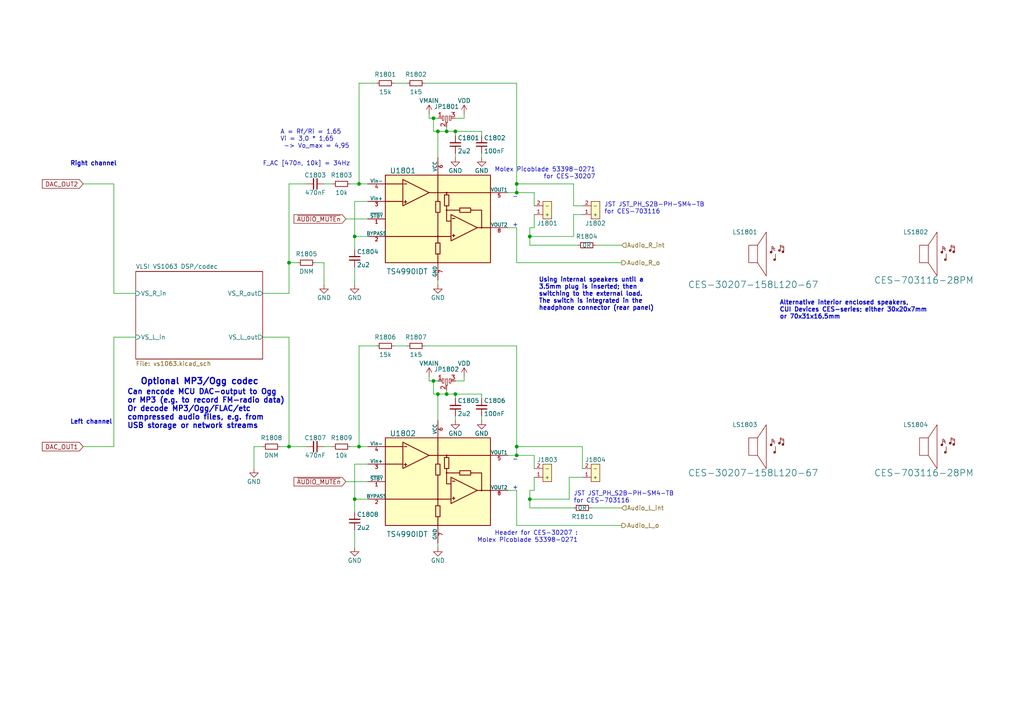
<source format=kicad_sch>
(kicad_sch (version 20231120) (generator "eeschema") (generator_version "8.0")
  (paper "A4")
  (title_block (title "Audio & MP3/OGG/FLAC :)") (date "2020-11-04") (rev "R0.1") (company "SolderingStationGroup : Jonny Svärd / Mathias Johansson / Magnus Thulesius"))
  (lib_symbols
    (symbol "Device:C_Small" (pin_numbers hide) (pin_names (offset 0.254) hide)
      (property "Reference" "C" (at 0.254 1.778 0))
      (property "Value" "C_Small" (at 0.254 -2.032 0))
      (symbol "C_Small_0_1"
        (polyline (pts (xy -1.524 -0.508) (xy 1.524 -0.508)) (stroke (width 0.3302)))
        (polyline (pts (xy -1.524 0.508) (xy 1.524 0.508)) (stroke (width 0.3048)))
      )
      (symbol "C_Small_1_1"
        (pin passive line (at 0 2.54 270) (length 2.032) (name "~") (number "1"))
        (pin passive line (at 0 -2.54 90) (length 2.032) (name "~") (number "2"))
      )
    )
    (symbol "Device:R_Small" (pin_numbers hide) (pin_names (offset 0.254) hide)
      (property "Reference" "R" (at 0.762 0.508 0))
      (property "Value" "R_Small" (at 0.762 -1.016 0))
      (symbol "R_Small_0_1"
        (rectangle (start -0.762 1.778) (end 0.762 -1.778) (stroke (width 0.2032)))
      )
      (symbol "R_Small_1_1"
        (pin passive line (at 0 2.54 270) (length 0.762) (name "~") (number "1"))
        (pin passive line (at 0 -2.54 90) (length 0.762) (name "~") (number "2"))
      )
    )
    (symbol "customlib_mj:CES-30207-158L120-67"
      (property "Reference" "LS" (at 0 5.08 0))
      (symbol "CES-30207-158L120-67_1_1"
        (rectangle (start -1.27 2.54) (end 1.27 -2.54))
        (polyline (pts (xy 5.461 0.635) (xy 5.461 2.159)))
        (polyline (pts (xy 6.477 -1.524) (xy 6.477 0)))
        (polyline (pts (xy 7.874 1.016) (xy 7.874 2.54)))
        (polyline (pts (xy 7.874 2.159) (xy 8.89 1.778)))
        (polyline (pts (xy 7.874 2.54) (xy 8.89 2.159)))
        (polyline (pts (xy 8.89 0.762) (xy 8.89 2.159)))
        (polyline (pts (xy 1.27 2.54) (xy 3.81 6.35) (xy 3.81 -6.35) (xy 1.27 -2.54)))
        (circle (center 5.207 0.508) (radius 0.2794) (fill (type outline)))
        (arc (start 5.969 1.27) (mid 5.7919 1.5631) (end 5.461 1.651))
        (arc (start 5.969 1.27) (mid 6.1054 1.0618) (end 6.35 1.016))
        (arc (start 5.969 1.778) (mid 5.7919 2.0711) (end 5.461 2.159))
        (arc (start 5.969 1.778) (mid 6.1054 1.5698) (end 6.35 1.524))
        (circle (center 6.223 -1.651) (radius 0.2794) (fill (type outline)))
        (circle (center 7.62 1.016) (radius 0.2794) (fill (type outline)))
        (circle (center 8.636 0.635) (radius 0.2794) (fill (type outline)))
      )
    )
    (symbol "customlib_mj:CES-30207-158L120-67_Molex-PicoBlade_conn"
      (property "Reference" "J" (at 0 3.81 0))
      (symbol "CES-30207-158L120-67_Molex-PicoBlade_conn_0_1"
        (rectangle (start -1.27 2.54) (end 1.27 -2.54) (fill (type background)))
      )
      (symbol "CES-30207-158L120-67_Molex-PicoBlade_conn_1_1"
        (pin passive line (at -3.81 1.27 0) (length 2.54) (name "+") (number "1"))
        (pin passive line (at -3.81 -1.27 0) (length 2.54) (name "-") (number "2"))
      )
    )
    (symbol "customlib_mj:CES-703116-28PM"
      (property "Reference" "LS" (at 0 -5.08 0))
      (symbol "CES-703116-28PM_1_1"
        (rectangle (start -1.27 2.54) (end 1.27 -2.54))
        (polyline (pts (xy 5.461 0.635) (xy 5.461 2.159)))
        (polyline (pts (xy 6.477 -1.524) (xy 6.477 0)))
        (polyline (pts (xy 7.874 1.016) (xy 7.874 2.54)))
        (polyline (pts (xy 7.874 2.159) (xy 8.89 1.778)))
        (polyline (pts (xy 7.874 2.54) (xy 8.89 2.159)))
        (polyline (pts (xy 8.89 0.762) (xy 8.89 2.159)))
        (polyline (pts (xy 1.27 2.54) (xy 3.81 6.35) (xy 3.81 -6.35) (xy 1.27 -2.54)))
        (circle (center 5.207 0.508) (radius 0.2794) (fill (type outline)))
        (arc (start 5.969 1.27) (mid 5.7919 1.5631) (end 5.461 1.651))
        (arc (start 5.969 1.27) (mid 6.1054 1.0618) (end 6.35 1.016))
        (arc (start 5.969 1.778) (mid 5.7919 2.0711) (end 5.461 2.159))
        (arc (start 5.969 1.778) (mid 6.1054 1.5698) (end 6.35 1.524))
        (circle (center 6.223 -1.651) (radius 0.2794) (fill (type outline)))
        (circle (center 7.62 1.016) (radius 0.2794) (fill (type outline)))
        (circle (center 8.636 0.635) (radius 0.2794) (fill (type outline)))
      )
    )
    (symbol "customlib_mj:CES-703116-28PM_JST-conn"
      (property "Reference" "J" (at 0 3.81 0))
      (symbol "CES-703116-28PM_JST-conn_0_1"
        (rectangle (start -1.27 2.54) (end 1.27 -2.54) (fill (type background)))
      )
      (symbol "CES-703116-28PM_JST-conn_1_1"
        (pin passive line (at -3.81 1.27 0) (length 2.54) (name "+") (number "1"))
        (pin passive line (at -3.81 -1.27 0) (length 2.54) (name "-") (number "2"))
      )
    )
    (symbol "customlib_mj:TS4990IDT" (pin_names (offset 0))
      (property "Reference" "U" (at 5.08 13.97 0))
      (property "Value" "TS4990IDT" (at 7.62 -13.97 0))
      (symbol "TS4990IDT_0_0"
        (rectangle (start -15.24 12.7) (end 15.24 -12.7) (stroke (width 0.254)) (fill (type background)))
        (rectangle (start -0.635 -6.985) (end 0.635 -10.16) (stroke (width 0.254)))
        (rectangle (start -0.635 5.08) (end 0.635 1.905) (stroke (width 0.254)))
        (circle (center 0 -5.08) (radius 0.127) (stroke (width 0.254)))
        (polyline (pts (xy -15.24 5.08) (xy -10.16 5.08)) (stroke (width 0.254)))
        (polyline (pts (xy -15.24 10.16) (xy -10.16 10.16)) (stroke (width 0.254)))
        (polyline (pts (xy -9.779 4.953) (xy -9.017 4.953)) (stroke (width 0.254)))
        (polyline (pts (xy -9.779 10.16) (xy -9.017 10.16)) (stroke (width 0.254)))
        (polyline (pts (xy -9.398 5.334) (xy -9.398 4.572)) (stroke (width 0.254)))
        (polyline (pts (xy -2.54 7.62) (xy 15.24 7.62)) (stroke (width 0.254)))
        (polyline (pts (xy 0 -10.16) (xy 0 -12.7)) (stroke (width 0.254)))
        (polyline (pts (xy 0 -5.08) (xy 0 -6.985)) (stroke (width 0.254)))
        (polyline (pts (xy 0 1.905) (xy 0 -5.08)) (stroke (width 0.254)))
        (polyline (pts (xy 0 12.7) (xy 0 5.08)) (stroke (width 0.254)))
        (polyline (pts (xy 2.54 6.985) (xy 2.54 7.62)) (stroke (width 0.254)))
        (polyline (pts (xy 3.81 -5.08) (xy -15.24 -5.08)) (stroke (width 0.254)))
        (polyline (pts (xy 4.191 0.127) (xy 4.953 0.127)) (stroke (width 0.254)))
        (polyline (pts (xy 4.572 -5.207) (xy 4.572 -4.445)) (stroke (width 0.254)))
        (polyline (pts (xy 4.953 -4.826) (xy 4.191 -4.826)) (stroke (width 0.254)))
        (polyline (pts (xy 11.43 -2.54) (xy 15.24 -2.54)) (stroke (width 0.254)))
        (polyline (pts (xy 3.81 -0.635) (xy 2.54 -0.635) (xy 2.54 2.54)) (stroke (width 0.254)))
        (polyline (pts (xy 6.35 2.54) (xy 2.54 2.54) (xy 2.54 3.81)) (stroke (width 0.254)))
        (polyline (pts (xy -10.16 11.43) (xy -10.16 3.81) (xy -2.54 7.62) (xy -10.16 11.43)) (stroke (width 0.254)))
        (polyline (pts (xy 3.81 1.27) (xy 3.81 -6.35) (xy 11.43 -2.54) (xy 3.81 1.27)) (stroke (width 0.254)))
        (polyline (pts (xy 9.525 2.54) (xy 12.065 2.54) (xy 12.7 2.54) (xy 12.7 -2.54)) (stroke (width 0.254)))
        (rectangle (start 1.905 6.985) (end 3.175 3.81) (stroke (width 0.254)))
        (circle (center 2.54 2.54) (radius 0.127) (stroke (width 0.254)))
        (circle (center 2.54 7.62) (radius 0.127) (stroke (width 0.254)))
        (rectangle (start 6.35 3.175) (end 9.525 1.905) (stroke (width 0.254)))
        (circle (center 12.7 -2.54) (radius 0.127) (stroke (width 0.254)))
      )
      (symbol "TS4990IDT_0_1"
        (pin input line (at -20.32 0 0) (length 5.08) (name "~{STBY}") (number "1"))
        (pin bidirectional line (at -20.32 -5.08 0) (length 5.08) (name "BYPASS") (number "2"))
        (pin input line (at -20.32 5.08 0) (length 5.08) (name "Vin+") (number "3"))
        (pin input line (at -20.32 10.16 0) (length 5.08) (name "Vin-") (number "4"))
        (pin output line (at 20.32 7.62 180) (length 5.08) (name "VOUT1") (number "5"))
        (pin power_in line (at 0 17.78 270) (length 5.08) (name "VCC") (number "6"))
        (pin power_in line (at 0 -17.78 90) (length 5.08) (name "GND") (number "7"))
        (pin output line (at 20.32 -2.54 180) (length 5.08) (name "VOUT2") (number "8"))
      )
    )
    (symbol "customlib_mj:VMAIN" (power) (pin_names (offset 0))
      (property "Value" "VMAIN" (at 0 3.81 0))
      (symbol "VMAIN_0_1"
        (polyline (pts (xy -0.762 1.27) (xy 0 2.54)))
        (polyline (pts (xy 0 0) (xy 0 2.54)))
        (polyline (pts (xy 0 2.54) (xy 0.762 1.27)))
      )
      (symbol "VMAIN_1_1"
        (pin power_in line (at 0 0 90) (length 0) hide (name "VMAIN") (number "1"))
      )
    )
    (symbol "customlib_mj:dogbone_3_ud" (pin_names (offset 1.016))
      (property "Reference" "JP" (at 0 1.905 0))
      (symbol "dogbone_3_ud_0_1"
        (rectangle (start -1.27 0.635) (end -0.762 -0.635))
        (rectangle (start -0.254 0.635) (end 0.254 -1.27))
        (rectangle (start 1.27 0.635) (end 0.762 -0.635))
      )
      (symbol "dogbone_3_ud_1_1"
        (pin passive line (at -2.54 0 0) (length 1.27) (name "~") (number "1"))
        (pin passive line (at 0 -2.54 90) (length 1.27) (name "~") (number "2"))
        (pin passive line (at 2.54 0 180) (length 1.27) (name "~") (number "3"))
      )
    )
    (symbol "power:GND" (power) (pin_names (offset 0))
      (property "Value" "GND" (at 0 -3.81 0))
      (symbol "GND_0_1"
        (polyline (pts (xy 0 0) (xy 0 -1.27) (xy 1.27 -1.27) (xy 0 -2.54) (xy -1.27 -1.27) (xy 0 -1.27)))
      )
      (symbol "GND_1_1"
        (pin power_in line (at 0 0 270) (length 0) hide (name "GND") (number "1"))
      )
    )
    (symbol "power:VDD" (power) (pin_names (offset 0))
      (property "Value" "VDD" (at 0 3.81 0))
      (symbol "VDD_0_1"
        (polyline (pts (xy -0.762 1.27) (xy 0 2.54)))
        (polyline (pts (xy 0 0) (xy 0 2.54)))
        (polyline (pts (xy 0 2.54) (xy 0.762 1.27)))
      )
      (symbol "VDD_1_1"
        (pin power_in line (at 0 0 90) (length 0) hide (name "VDD") (number "1"))
      )
    )
  )
  (junction (at 125.73 110.49))
  (junction (at 129.54 114.3))
  (junction (at 132.08 38.1))
  (junction (at 102.87 144.78))
  (junction (at 104.14 129.54))
  (junction (at 153.67 68.58))
  (junction (at 132.08 114.3))
  (junction (at 149.86 55.88))
  (junction (at 127 38.1))
  (junction (at 149.86 53.34))
  (junction (at 125.73 34.29))
  (junction (at 83.82 76.2))
  (junction (at 129.54 38.1))
  (junction (at 127 114.3))
  (junction (at 149.86 132.08))
  (junction (at 83.82 129.54))
  (junction (at 104.14 53.34))
  (junction (at 153.67 144.78))
  (junction (at 149.86 129.54))
  (junction (at 102.87 68.58))
  (wire (pts (xy 134.62 109.22) (xy 134.62 110.49)))
  (wire (pts (xy 125.73 34.29) (xy 127 34.29)))
  (wire (pts (xy 125.73 110.49) (xy 127 110.49)))
  (wire (pts (xy 165.1 138.43) (xy 168.91 138.43)))
  (wire (pts (xy 81.28 129.54) (xy 83.82 129.54)))
  (wire (pts (xy 154.94 142.24) (xy 153.67 142.24)))
  (wire (pts (xy 91.44 76.2) (xy 93.98 76.2)))
  (wire (pts (xy 39.37 85.09) (xy 33.02 85.09)))
  (wire (pts (xy 147.32 142.24) (xy 149.86 142.24)))
  (wire (pts (xy 154.94 66.04) (xy 153.67 66.04)))
  (wire (pts (xy 149.86 100.33) (xy 149.86 129.54)))
  (wire (pts (xy 129.54 38.1) (xy 132.08 38.1)))
  (wire (pts (xy 149.86 53.34) (xy 166.37 53.34)))
  (wire (pts (xy 168.91 129.54) (xy 149.86 129.54)))
  (wire (pts (xy 149.86 24.13) (xy 149.86 53.34)))
  (wire (pts (xy 129.54 114.3) (xy 132.08 114.3)))
  (wire (pts (xy 102.87 134.62) (xy 102.87 144.78)))
  (wire (pts (xy 106.68 134.62) (xy 102.87 134.62)))
  (wire (pts (xy 132.08 114.3) (xy 139.7 114.3)))
  (wire (pts (xy 149.86 55.88) (xy 154.94 55.88)))
  (wire (pts (xy 165.1 144.78) (xy 165.1 138.43)))
  (wire (pts (xy 106.68 53.34) (xy 104.14 53.34)))
  (wire (pts (xy 147.32 55.88) (xy 149.86 55.88)))
  (wire (pts (xy 134.62 34.29) (xy 132.08 34.29)))
  (wire (pts (xy 149.86 53.34) (xy 149.86 55.88)))
  (wire (pts (xy 147.32 132.08) (xy 149.86 132.08)))
  (wire (pts (xy 149.86 76.2) (xy 180.34 76.2)))
  (wire (pts (xy 124.46 33.02) (xy 124.46 34.29)))
  (wire (pts (xy 129.54 36.83) (xy 129.54 38.1)))
  (wire (pts (xy 96.52 129.54) (xy 93.98 129.54)))
  (wire (pts (xy 123.19 24.13) (xy 149.86 24.13)))
  (wire (pts (xy 106.68 68.58) (xy 102.87 68.58)))
  (wire (pts (xy 127 38.1) (xy 129.54 38.1)))
  (wire (pts (xy 154.94 55.88) (xy 154.94 59.69)))
  (wire (pts (xy 104.14 100.33) (xy 109.22 100.33)))
  (wire (pts (xy 76.2 129.54) (xy 73.66 129.54)))
  (wire (pts (xy 83.82 97.79) (xy 83.82 129.54)))
  (wire (pts (xy 102.87 153.67) (xy 102.87 158.75)))
  (wire (pts (xy 139.7 121.92) (xy 139.7 120.65)))
  (wire (pts (xy 139.7 38.1) (xy 132.08 38.1)))
  (wire (pts (xy 154.94 132.08) (xy 154.94 135.89)))
  (wire (pts (xy 104.14 129.54) (xy 106.68 129.54)))
  (wire (pts (xy 153.67 66.04) (xy 153.67 68.58)))
  (wire (pts (xy 127 157.48) (xy 127 158.75)))
  (wire (pts (xy 76.2 85.09) (xy 83.82 85.09)))
  (wire (pts (xy 134.62 33.02) (xy 134.62 34.29)))
  (wire (pts (xy 106.68 58.42) (xy 102.87 58.42)))
  (wire (pts (xy 39.37 97.79) (xy 33.02 97.79)))
  (wire (pts (xy 127 81.28) (xy 127 82.55)))
  (wire (pts (xy 149.86 129.54) (xy 149.86 132.08)))
  (wire (pts (xy 83.82 76.2) (xy 83.82 85.09)))
  (wire (pts (xy 166.37 62.23) (xy 166.37 68.58)))
  (wire (pts (xy 73.66 129.54) (xy 73.66 135.89)))
  (wire (pts (xy 106.68 63.5) (xy 100.33 63.5)))
  (wire (pts (xy 102.87 68.58) (xy 102.87 72.39)))
  (wire (pts (xy 83.82 53.34) (xy 88.9 53.34)))
  (wire (pts (xy 168.91 62.23) (xy 166.37 62.23)))
  (wire (pts (xy 153.67 142.24) (xy 153.67 144.78)))
  (wire (pts (xy 166.37 147.32) (xy 153.67 147.32)))
  (wire (pts (xy 104.14 24.13) (xy 104.14 53.34)))
  (wire (pts (xy 139.7 39.37) (xy 139.7 38.1)))
  (wire (pts (xy 24.13 129.54) (xy 33.02 129.54)))
  (wire (pts (xy 127 114.3) (xy 129.54 114.3)))
  (wire (pts (xy 123.19 100.33) (xy 149.86 100.33)))
  (wire (pts (xy 104.14 100.33) (xy 104.14 129.54)))
  (wire (pts (xy 171.45 147.32) (xy 180.34 147.32)))
  (wire (pts (xy 83.82 53.34) (xy 83.82 76.2)))
  (wire (pts (xy 114.3 100.33) (xy 118.11 100.33)))
  (wire (pts (xy 149.86 66.04) (xy 149.86 76.2)))
  (wire (pts (xy 106.68 139.7) (xy 100.33 139.7)))
  (wire (pts (xy 24.13 53.34) (xy 33.02 53.34)))
  (wire (pts (xy 124.46 109.22) (xy 124.46 110.49)))
  (wire (pts (xy 101.6 129.54) (xy 104.14 129.54)))
  (wire (pts (xy 127 121.92) (xy 127 114.3)))
  (wire (pts (xy 124.46 34.29) (xy 125.73 34.29)))
  (wire (pts (xy 172.72 71.12) (xy 180.34 71.12)))
  (wire (pts (xy 166.37 59.69) (xy 168.91 59.69)))
  (wire (pts (xy 104.14 24.13) (xy 109.22 24.13)))
  (wire (pts (xy 132.08 114.3) (xy 132.08 115.57)))
  (wire (pts (xy 127 45.72) (xy 127 38.1)))
  (wire (pts (xy 166.37 53.34) (xy 166.37 59.69)))
  (wire (pts (xy 149.86 132.08) (xy 154.94 132.08)))
  (wire (pts (xy 102.87 77.47) (xy 102.87 82.55)))
  (wire (pts (xy 127 114.3) (xy 125.73 114.3)))
  (wire (pts (xy 106.68 144.78) (xy 102.87 144.78)))
  (wire (pts (xy 154.94 142.24) (xy 154.94 138.43)))
  (wire (pts (xy 153.67 144.78) (xy 153.67 147.32)))
  (wire (pts (xy 134.62 110.49) (xy 132.08 110.49)))
  (wire (pts (xy 168.91 135.89) (xy 168.91 129.54)))
  (wire (pts (xy 102.87 58.42) (xy 102.87 68.58)))
  (wire (pts (xy 153.67 68.58) (xy 153.67 71.12)))
  (wire (pts (xy 33.02 85.09) (xy 33.02 53.34)))
  (wire (pts (xy 132.08 38.1) (xy 132.08 39.37)))
  (wire (pts (xy 139.7 114.3) (xy 139.7 115.57)))
  (wire (pts (xy 166.37 68.58) (xy 153.67 68.58)))
  (wire (pts (xy 124.46 110.49) (xy 125.73 110.49)))
  (wire (pts (xy 104.14 53.34) (xy 101.6 53.34)))
  (wire (pts (xy 149.86 152.4) (xy 180.34 152.4)))
  (wire (pts (xy 33.02 97.79) (xy 33.02 129.54)))
  (wire (pts (xy 132.08 44.45) (xy 132.08 45.72)))
  (wire (pts (xy 125.73 38.1) (xy 127 38.1)))
  (wire (pts (xy 93.98 76.2) (xy 93.98 82.55)))
  (wire (pts (xy 153.67 144.78) (xy 165.1 144.78)))
  (wire (pts (xy 167.64 71.12) (xy 153.67 71.12)))
  (wire (pts (xy 114.3 24.13) (xy 118.11 24.13)))
  (wire (pts (xy 96.52 53.34) (xy 93.98 53.34)))
  (wire (pts (xy 83.82 129.54) (xy 88.9 129.54)))
  (wire (pts (xy 147.32 66.04) (xy 149.86 66.04)))
  (wire (pts (xy 125.73 114.3) (xy 125.73 110.49)))
  (wire (pts (xy 102.87 144.78) (xy 102.87 148.59)))
  (wire (pts (xy 149.86 142.24) (xy 149.86 152.4)))
  (wire (pts (xy 139.7 44.45) (xy 139.7 45.72)))
  (wire (pts (xy 125.73 34.29) (xy 125.73 38.1)))
  (wire (pts (xy 154.94 66.04) (xy 154.94 62.23)))
  (wire (pts (xy 132.08 120.65) (xy 132.08 121.92)))
  (wire (pts (xy 86.36 76.2) (xy 83.82 76.2)))
  (wire (pts (xy 129.54 113.03) (xy 129.54 114.3)))
  (wire (pts (xy 76.2 97.79) (xy 83.82 97.79)))
  (text "JST JST_PH_S2B-PH-SM4-TB\nfor CES-703116" (at 166.37 146.05 0) (effects (font (size 1.27 1.27)) (justify left bottom)))
  (text "-\n\n\n\n+" (at 148.59 142.24 0) (effects (font (size 1.27 1.27)) (justify left bottom)))
  (text "JST JST_PH_S2B-PH-SM4-TB\nfor CES-703116" (at 175.26 62.23 0) (effects (font (size 1.27 1.27)) (justify left bottom)))
  (text "F_AC [470n, 10k] = 34Hz" (at 76.2 48.26 0) (effects (font (size 1.27 1.27)) (justify left bottom)))
  (text "Using internal speakers until a\n3.5mm plug is inserted; then\nswitching to the external load.\nThe switch is integrated in the\nheadphone connector (rear panel)" (at 156.21 90.17 0) (effects (font (size 1.27 1.27) (thickness 0.254) (bold yes)) (justify left bottom)))
  (text "-\n\n\n\n+" (at 148.59 66.04 0) (effects (font (size 1.27 1.27)) (justify left bottom)))
  (text "A = Rf/Ri = 1,65\nVi = 3,0 * 1,65\n -> Vo_max = 4,95" (at 81.28 43.18 0) (effects (font (size 1.27 1.27)) (justify left bottom)))
  (text "Right channel" (at 20.32 48.26 0) (effects (font (size 1.27 1.27) (thickness 0.254) (bold yes)) (justify left bottom)))
  (text "Optional MP3/Ogg codec" (at 40.64 111.76 0) (effects (font (size 1.778 1.778) (thickness 0.3556) (bold yes)) (justify left bottom)))
  (text "Header for CES-30207 :\nMolex Picoblade 53398-0271\n" (at 167.64 157.48 0) (effects (font (size 1.27 1.27)) (justify right bottom)))
  (text "Left channel" (at 20.32 123.19 0) (effects (font (size 1.27 1.27) (thickness 0.254) (bold yes)) (justify left bottom)))
  (text "Alternative interior enclosed speakers,\nCUI Devices CES-series; either 30x20x7mm\nor 70x31x16.5mm" (at 226.06 92.71 0) (effects (font (size 1.27 1.27) (thickness 0.254) (bold yes)) (justify left bottom)))
  (text "Can encode MCU DAC-output to Ogg\nor MP3 (e.g. to record FM-radio data)\nOr decode MP3/Ogg/FLAC/etc \ncompressed audio files, e.g. from\nUSB storage or network streams" (at 36.83 124.46 0) (effects (font (size 1.524 1.524) (thickness 0.3048) (bold yes)) (justify left bottom)))
  (text "Molex Picoblade 53398-0271\nfor CES-30207" (at 172.72 52.07 0) (effects (font (size 1.27 1.27)) (justify right bottom)))
  (global_label "DAC_OUT1" (shape input) (at 24.13 129.54 180) (property "Intersheetrefs" "${INTERSHEET_REFS}" (effects (hide yes))))
  (global_label "~{AUDIO_MUTEn}" (shape input) (at 100.33 63.5 180) (property "Intersheetrefs" "${INTERSHEET_REFS}" (effects (hide yes))))
  (global_label "~{AUDIO_MUTEn}" (shape input) (at 100.33 139.7 180) (property "Intersheetrefs" "${INTERSHEET_REFS}" (effects (hide yes))))
  (global_label "DAC_OUT2" (shape input) (at 24.13 53.34 180) (property "Intersheetrefs" "${INTERSHEET_REFS}" (effects (hide yes))))
  (hierarchical_label "Audio_L_o" (shape output) (at 180.34 152.4 0))
  (hierarchical_label "Audio_R_int" (shape input) (at 180.34 71.12 0))
  (hierarchical_label "Audio_R_o" (shape output) (at 180.34 76.2 0))
  (hierarchical_label "Audio_L_int" (shape input) (at 180.34 147.32 0))
  (symbol (lib_id "customlib_mj:TS4990IDT") (at 127 63.5 0) (unit 1)
    (property "Reference" "U1801" (at 113.03 49.53 0) (effects (font (size 1.524 1.524)) (justify left)))
    (property "Value" "TS4990IDT" (at 118.11 78.74 0) (effects (font (size 1.524 1.524))))
    (property "Footprint" "customlib_mj_fp:SOIC-8_3.9x4.9mm_P1.27mm" (effects (hide yes)))
  )
  (symbol (lib_id "Device:C_Small") (at 91.44 53.34 270) (mirror x) (unit 1)
    (property "Reference" "C1803" (at 91.44 50.8 90))
    (property "Value" "470nF" (at 91.44 55.88 90))
    (property "Footprint" "Capacitor_SMD:C_0402_1005Metric" (effects (hide yes)))
    (property "JLC_part" "Basic" (effects (hide yes)))
    (property "LCSC" "C47339" (effects (hide yes)))
  )
  (symbol (lib_id "Device:R_Small") (at 111.76 24.13 270) (unit 1)
    (property "Reference" "R1801" (at 111.76 21.59 90))
    (property "Value" "15k" (at 111.76 26.67 90))
    (property "Footprint" "Resistor_SMD:R_0402_1005Metric" (effects (hide yes)))
    (property "JLC_part" "Basic" (effects (hide yes)))
    (property "LCSC" "C25756" (effects (hide yes)))
  )
  (symbol (lib_id "Device:R_Small") (at 120.65 24.13 270) (unit 1)
    (property "Reference" "R1802" (at 120.65 21.59 90))
    (property "Value" "1k5" (at 120.65 26.67 90))
    (property "Footprint" "Resistor_SMD:R_0402_1005Metric" (effects (hide yes)))
    (property "JLC_part" "Basic" (effects (hide yes)))
    (property "LCSC" "C25867" (effects (hide yes)))
  )
  (symbol (lib_id "Device:R_Small") (at 99.06 53.34 270) (unit 1)
    (property "Reference" "R1803" (at 99.06 50.8 90))
    (property "Value" "10k" (at 99.06 55.88 90))
    (property "Footprint" "Resistor_SMD:R_0402_1005Metric" (effects (hide yes)))
    (property "JLC_part" "Basic" (effects (hide yes)))
    (property "LCSC" "C25744" (effects (hide yes)))
  )
  (symbol (lib_id "Device:C_Small") (at 102.87 74.93 0) (mirror x) (unit 1)
    (property "Reference" "C1804" (at 103.505 73.025 0) (effects (justify left)))
    (property "Value" "2u2" (at 103.505 76.835 0) (effects (justify left)))
    (property "Footprint" "Capacitor_SMD:C_0603_1608Metric" (effects (hide yes)))
    (property "JLC_part" "Basic" (effects (hide yes)))
    (property "LCSC" "C23630" (effects (hide yes)))
  )
  (symbol (lib_id "Device:C_Small") (at 132.08 41.91 0) (mirror x) (unit 1)
    (property "Reference" "C1801" (at 132.715 40.005 0) (effects (justify left)))
    (property "Value" "2u2" (at 132.715 43.815 0) (effects (justify left)))
    (property "Footprint" "Capacitor_SMD:C_0603_1608Metric" (effects (hide yes)))
    (property "JLC_part" "Basic" (effects (hide yes)))
    (property "LCSC" "C23630" (effects (hide yes)))
  )
  (symbol (lib_id "power:GND") (at 127 82.55 0) (unit 1)
    (property "Reference" "#PWR01807" (effects (hide yes)))
    (property "Value" "GND" (at 127 86.36 0))
  )
  (symbol (lib_id "power:GND") (at 102.87 82.55 0) (unit 1)
    (property "Reference" "#PWR01806" (effects (hide yes)))
    (property "Value" "GND" (at 102.87 86.36 0))
  )
  (symbol (lib_id "power:GND") (at 132.08 45.72 0) (unit 1)
    (property "Reference" "#PWR01803" (effects (hide yes)))
    (property "Value" "GND" (at 132.08 49.53 0))
  )
  (symbol (lib_id "customlib_mj:TS4990IDT") (at 127 139.7 0) (unit 1)
    (property "Reference" "U1802" (at 113.03 125.73 0) (effects (font (size 1.524 1.524)) (justify left)))
    (property "Value" "TS4990IDT" (at 118.11 154.94 0) (effects (font (size 1.524 1.524))))
    (property "Footprint" "customlib_mj_fp:SOIC-8_3.9x4.9mm_P1.27mm" (effects (hide yes)))
  )
  (symbol (lib_id "Device:C_Small") (at 91.44 129.54 270) (mirror x) (unit 1)
    (property "Reference" "C1807" (at 91.44 127 90))
    (property "Value" "470nF" (at 91.44 132.08 90))
    (property "Footprint" "Capacitor_SMD:C_0402_1005Metric" (effects (hide yes)))
    (property "JLC_part" "Basic" (effects (hide yes)))
    (property "LCSC" "C47339" (effects (hide yes)))
  )
  (symbol (lib_id "Device:R_Small") (at 111.76 100.33 270) (unit 1)
    (property "Reference" "R1806" (at 111.76 97.79 90))
    (property "Value" "15k" (at 111.76 102.87 90))
    (property "Footprint" "Resistor_SMD:R_0402_1005Metric" (effects (hide yes)))
    (property "JLC_part" "Basic" (effects (hide yes)))
    (property "LCSC" "C25756" (effects (hide yes)))
  )
  (symbol (lib_id "Device:R_Small") (at 120.65 100.33 270) (unit 1)
    (property "Reference" "R1807" (at 120.65 97.79 90))
    (property "Value" "1k5" (at 120.65 102.87 90))
    (property "Footprint" "Resistor_SMD:R_0402_1005Metric" (effects (hide yes)))
    (property "JLC_part" "Basic" (effects (hide yes)))
    (property "LCSC" "C25867" (effects (hide yes)))
  )
  (symbol (lib_id "Device:R_Small") (at 99.06 129.54 270) (unit 1)
    (property "Reference" "R1809" (at 99.06 127 90))
    (property "Value" "10k" (at 99.06 132.08 90))
    (property "Footprint" "Resistor_SMD:R_0402_1005Metric" (effects (hide yes)))
    (property "JLC_part" "Basic" (effects (hide yes)))
    (property "LCSC" "C25744" (effects (hide yes)))
  )
  (symbol (lib_id "Device:C_Small") (at 102.87 151.13 0) (mirror x) (unit 1)
    (property "Reference" "C1808" (at 103.505 149.225 0) (effects (justify left)))
    (property "Value" "2u2" (at 103.505 153.035 0) (effects (justify left)))
    (property "Footprint" "Capacitor_SMD:C_0603_1608Metric" (effects (hide yes)))
    (property "JLC_part" "Basic" (effects (hide yes)))
    (property "LCSC" "C23630" (effects (hide yes)))
  )
  (symbol (lib_id "Device:C_Small") (at 132.08 118.11 0) (mirror x) (unit 1)
    (property "Reference" "C1805" (at 132.715 116.205 0) (effects (justify left)))
    (property "Value" "2u2" (at 132.715 120.015 0) (effects (justify left)))
    (property "Footprint" "Capacitor_SMD:C_0603_1608Metric" (effects (hide yes)))
    (property "JLC_part" "Basic" (effects (hide yes)))
    (property "LCSC" "C23630" (effects (hide yes)))
  )
  (symbol (lib_id "power:GND") (at 127 158.75 0) (unit 1)
    (property "Reference" "#PWR01814" (effects (hide yes)))
    (property "Value" "GND" (at 127 162.56 0))
  )
  (symbol (lib_id "power:GND") (at 102.87 158.75 0) (unit 1)
    (property "Reference" "#PWR01813" (effects (hide yes)))
    (property "Value" "GND" (at 102.87 162.56 0))
  )
  (symbol (lib_id "power:GND") (at 132.08 121.92 0) (unit 1)
    (property "Reference" "#PWR01810" (effects (hide yes)))
    (property "Value" "GND" (at 132.08 125.73 0))
  )
  (symbol (lib_id "customlib_mj:VMAIN") (at 124.46 109.22 0) (unit 1)
    (property "Reference" "#PWR01808" (effects (hide yes)))
    (property "Value" "VMAIN" (at 124.46 105.41 0))
  )
  (symbol (lib_id "customlib_mj:dogbone_3_ud") (at 129.54 110.49 0) (unit 1)
    (property "Reference" "JP1802" (at 129.54 107.1118 0))
    (property "Value" "dogbone_3_ud" (effects (hide yes)))
    (property "Footprint" "customlib_mj_fp:db3_ud_0402" (effects (hide yes)))
  )
  (symbol (lib_id "power:VDD") (at 134.62 109.22 0) (unit 1)
    (property "Reference" "#PWR01809" (effects (hide yes)))
    (property "Value" "VDD" (at 134.62 105.41 0))
  )
  (symbol (lib_id "customlib_mj:VMAIN") (at 124.46 33.02 0) (unit 1)
    (property "Reference" "#PWR01801" (effects (hide yes)))
    (property "Value" "VMAIN" (at 124.46 29.21 0))
  )
  (symbol (lib_id "customlib_mj:dogbone_3_ud") (at 129.54 34.29 0) (unit 1)
    (property "Reference" "JP1801" (at 129.54 30.9118 0))
    (property "Value" "dogbone_3_ud" (effects (hide yes)))
    (property "Footprint" "customlib_mj_fp:db3_ud_0402" (effects (hide yes)))
  )
  (symbol (lib_id "power:VDD") (at 134.62 33.02 0) (unit 1)
    (property "Reference" "#PWR01802" (effects (hide yes)))
    (property "Value" "VDD" (at 134.62 29.21 0))
  )
  (symbol (lib_id "customlib_mj:CES-30207-158L120-67_Molex-PicoBlade_conn") (at 158.75 60.96 0) (mirror x) (unit 1)
    (property "Reference" "J1801" (at 158.75 64.77 0))
    (property "Value" "CES-30207-158L120-67_Molex-PicoBlade_conn" (effects (hide yes)))
    (property "Footprint" "Connector_Molex:Molex_PicoBlade_53398-0271_1x02-1MP_P1.25mm_Vertical" (effects (hide yes)))
    (property "Datasheet" "https://www.molex.com/molex/products/part-detail/pcb_headers/0533980271" (effects (hide yes)))
  )
  (symbol (lib_id "customlib_mj:CES-30207-158L120-67_Molex-PicoBlade_conn") (at 158.75 137.16 0) (mirror x) (unit 1)
    (property "Reference" "J1803" (at 158.75 133.35 0))
    (property "Value" "CES-30207-158L120-67_Molex-PicoBlade_conn" (effects (hide yes)))
    (property "Footprint" "Connector_Molex:Molex_PicoBlade_53398-0271_1x02-1MP_P1.25mm_Vertical" (effects (hide yes)))
    (property "Datasheet" "https://www.molex.com/molex/products/part-detail/pcb_headers/0533980271" (effects (hide yes)))
  )
  (symbol (lib_id "customlib_mj:CES-703116-28PM_JST-conn") (at 172.72 137.16 0) (mirror x) (unit 1)
    (property "Reference" "J1804" (at 172.72 133.35 0))
    (property "Value" "CES-703116-28PM_JST-conn" (effects (hide yes)))
    (property "Footprint" "customlib_mj_fp:JST_PH_S2B-PH-SM4-TB_1x02-1MP_P2.00mm_Horizontal" (effects (hide yes)))
    (property "Datasheet" "http://www.jst-mfg.com/product/pdf/eng/ePH.pdf?5f53c6b596f2a" (effects (hide yes)))
  )
  (symbol (lib_id "customlib_mj:CES-703116-28PM_JST-conn") (at 172.72 60.96 0) (mirror x) (unit 1)
    (property "Reference" "J1802" (at 172.72 64.77 0))
    (property "Value" "CES-703116-28PM_JST-conn" (effects (hide yes)))
    (property "Footprint" "customlib_mj_fp:JST_PH_S2B-PH-SM4-TB_1x02-1MP_P2.00mm_Horizontal" (effects (hide yes)))
    (property "Datasheet" "http://www.jst-mfg.com/product/pdf/eng/ePH.pdf?5f53c6b596f2a" (effects (hide yes)))
  )
  (symbol (lib_id "customlib_mj:CES-30207-158L120-67") (at 218.44 73.66 0) (unit 1)
    (property "Reference" "LS1801" (at 219.71 67.31 0) (effects (justify right)))
    (property "Value" "CES-30207-158L120-67" (at 218.44 82.55 0) (effects (font (size 1.905 1.905))))
    (property "Footprint" "customlib_mj_fp:CUI_CES-30207" (effects (hide yes)))
    (property "Datasheet" "https://www.cuidevices.com/product/audio/speakers/miniature-(10-mm~40-mm)/ces-30207-158l120-67" (effects (hide yes)))
  )
  (symbol (lib_id "customlib_mj:CES-30207-158L120-67") (at 218.44 129.54 0) (unit 1)
    (property "Reference" "LS1803" (at 219.71 123.19 0) (effects (justify right)))
    (property "Value" "CES-30207-158L120-67" (at 218.44 137.16 0) (effects (font (size 1.905 1.905))))
    (property "Footprint" "customlib_mj_fp:CUI_CES-30207" (effects (hide yes)))
    (property "Datasheet" "https://www.cuidevices.com/product/audio/speakers/miniature-(10-mm~40-mm)/ces-30207-158l120-67" (effects (hide yes)))
  )
  (symbol (lib_id "customlib_mj:CES-703116-28PM") (at 267.97 73.66 0) (unit 1)
    (property "Reference" "LS1802" (at 269.24 67.31 0) (effects (justify right)))
    (property "Value" "CES-703116-28PM" (at 267.97 81.28 0) (effects (font (size 1.905 1.905))))
    (property "Footprint" "customlib_mj_fp:CUI_CES-703116-28PM" (effects (hide yes)))
    (property "Datasheet" "https://www.cuidevices.com/product/audio/speakers/standard-(41-mm~205-mm)/ces-703116-28pm" (effects (hide yes)))
  )
  (symbol (lib_id "customlib_mj:CES-703116-28PM") (at 267.97 129.54 0) (unit 1)
    (property "Reference" "LS1804" (at 269.24 123.19 0) (effects (justify right)))
    (property "Value" "CES-703116-28PM" (at 267.97 137.16 0) (effects (font (size 1.905 1.905))))
    (property "Footprint" "customlib_mj_fp:CUI_CES-703116-28PM" (effects (hide yes)))
    (property "Datasheet" "https://www.cuidevices.com/product/audio/speakers/standard-(41-mm~205-mm)/ces-703116-28pm" (effects (hide yes)))
  )
  (symbol (lib_id "Device:R_Small") (at 170.18 71.12 270) (unit 1)
    (property "Reference" "R1804" (at 170.18 68.58 90))
    (property "Value" "0R" (at 170.18 71.12 90))
    (property "Footprint" "Resistor_SMD:R_1206_3216Metric" (effects (hide yes)))
    (property "JLC_part" "Basic" (effects (hide yes)))
    (property "LCSC" "C17888" (effects (hide yes)))
  )
  (symbol (lib_id "Device:R_Small") (at 168.91 147.32 270) (unit 1)
    (property "Reference" "R1810" (at 168.91 149.86 90))
    (property "Value" "0R" (at 168.91 147.32 90))
    (property "Footprint" "Resistor_SMD:R_1206_3216Metric" (effects (hide yes)))
    (property "JLC_part" "Basic" (effects (hide yes)))
    (property "LCSC" "C17888" (effects (hide yes)))
  )
  (symbol (lib_id "Device:C_Small") (at 139.7 41.91 0) (mirror x) (unit 1)
    (property "Reference" "C1802" (at 140.335 40.005 0) (effects (justify left)))
    (property "Value" "100nF" (at 140.335 43.815 0) (effects (justify left)))
    (property "Footprint" "Capacitor_SMD:C_0402_1005Metric" (effects (hide yes)))
    (property "JLC_part" "Basic" (effects (hide yes)))
    (property "LCSC" "C1525" (effects (hide yes)))
  )
  (symbol (lib_id "power:GND") (at 139.7 45.72 0) (unit 1)
    (property "Reference" "#PWR01804" (effects (hide yes)))
    (property "Value" "GND" (at 139.7 49.53 0))
  )
  (symbol (lib_id "Device:C_Small") (at 139.7 118.11 0) (mirror x) (unit 1)
    (property "Reference" "C1806" (at 140.335 116.205 0) (effects (justify left)))
    (property "Value" "100nF" (at 140.335 120.015 0) (effects (justify left)))
    (property "Footprint" "Capacitor_SMD:C_0402_1005Metric" (effects (hide yes)))
    (property "JLC_part" "Basic" (effects (hide yes)))
    (property "LCSC" "C1525" (effects (hide yes)))
  )
  (symbol (lib_id "power:GND") (at 139.7 121.92 0) (unit 1)
    (property "Reference" "#PWR01811" (effects (hide yes)))
    (property "Value" "GND" (at 139.7 125.73 0))
  )
  (symbol (lib_id "power:GND") (at 93.98 82.55 0) (unit 1)
    (property "Reference" "#PWR01805" (effects (hide yes)))
    (property "Value" "GND" (at 93.98 86.36 0))
  )
  (symbol (lib_id "Device:R_Small") (at 88.9 76.2 270) (unit 1)
    (property "Reference" "R1805" (at 88.9 73.66 90))
    (property "Value" "DNM" (at 88.9 78.74 90))
    (property "Footprint" "Resistor_SMD:R_0402_1005Metric" (effects (hide yes)))
  )
  (symbol (lib_id "power:GND") (at 73.66 135.89 0) (unit 1)
    (property "Reference" "#PWR01812" (effects (hide yes)))
    (property "Value" "GND" (at 73.66 139.7 0))
  )
  (symbol (lib_id "Device:R_Small") (at 78.74 129.54 270) (unit 1)
    (property "Reference" "R1808" (at 78.74 127 90))
    (property "Value" "DNM" (at 78.74 132.08 90))
    (property "Footprint" "Resistor_SMD:R_0402_1005Metric" (effects (hide yes)))
  )
  (sheet (at 39.37 78.74) (size 36.83 25.4)
    (property "Sheetname" "VLSI VS1063 DSP/codec" (at 39.37 78.0284 0) (effects (justify left bottom)))
    (property "Sheetfile" "vs1063.kicad_sch" (at 39.37 104.7246 0) (effects (justify left top)))
    (pin "VS_L_in" input (at 39.37 97.79 180))
    (pin "VS_R_in" input (at 39.37 85.09 180))
    (pin "VS_L_out" output (at 76.2 97.79 0))
    (pin "VS_R_out" output (at 76.2 85.09 0))
  )
)
</source>
